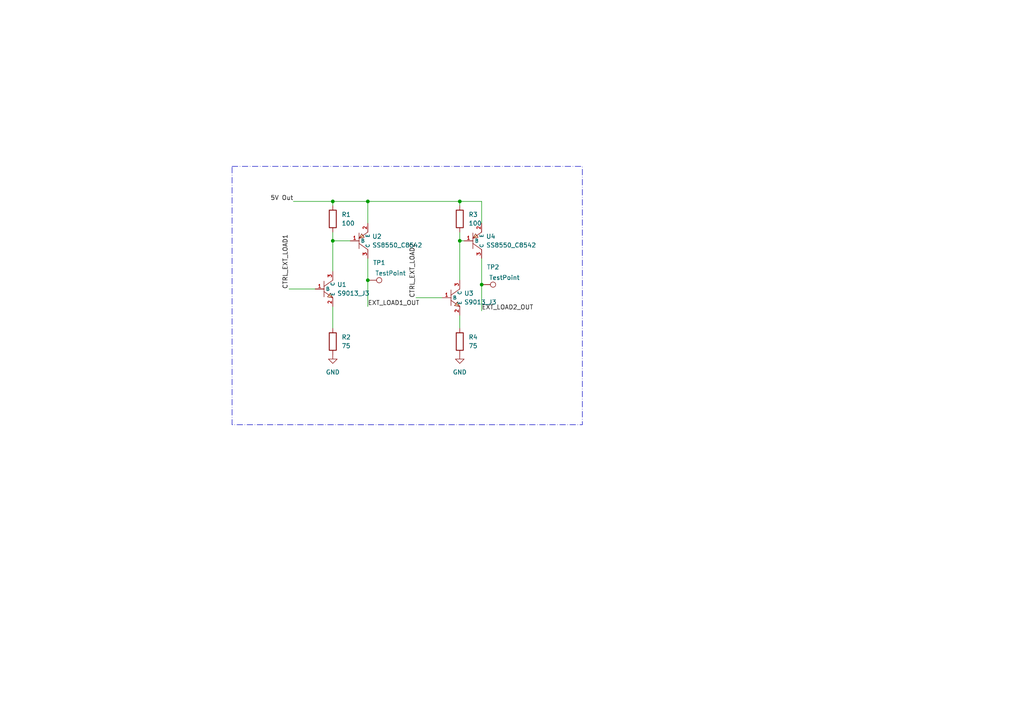
<source format=kicad_sch>
(kicad_sch (version 20231120) (generator "eeschema") (generator_version "8.0")
  (paper "A4")
  (lib_symbols
    (symbol "Connector:TestPoint" (pin_numbers hide) (pin_names (offset 0.762) hide)
      (property "Reference" "TP" (at 0 6.858 0))
      (property "Value" "TestPoint" (at 0 5.08 0))
      (symbol "TestPoint_0_1"
        (circle (center 0 3.302) (radius 0.762))
      )
      (symbol "TestPoint_1_1"
        (pin passive line (at 0 0 90) (length 2.54) (name "1") (number "1"))
      )
    )
    (symbol "Device:R" (pin_numbers hide) (pin_names (offset 0))
      (property "Reference" "R" (at 2.032 0 90))
      (property "Value" "R" (at 0 0 90))
      (symbol "R_0_1"
        (rectangle (start -1.016 -2.54) (end 1.016 2.54) (stroke (width 0.254)))
      )
      (symbol "R_1_1"
        (pin passive line (at 0 3.81 270) (length 1.27) (name "~") (number "1"))
        (pin passive line (at 0 -3.81 90) (length 1.27) (name "~") (number "2"))
      )
    )
    (symbol "NPN - S9013:S9013_J3"
      (property "Reference" "U" (at 0 1.27 0))
      (property "Value" "S9013_J3" (at 0 -2.54 0))
      (symbol "S9013_J3_0_1"
        (polyline (pts (xy 0 -0.762) (xy 2.54 -2.54)))
        (polyline (pts (xy 0 2.286) (xy 0 -2.286)))
        (polyline (pts (xy 2.54 2.54) (xy 0 0.762)))
        (polyline (pts (xy 2.54 -2.54) (xy 1.778 -1.27) (xy 1.016 -2.286) (xy 2.54 -2.54)) (fill (type background)))
        (pin unspecified line (at -2.54 0 0) (length 2.54) (name "B") (number "1"))
        (pin unspecified line (at 2.54 -5.08 90) (length 2.54) (name "E") (number "2"))
        (pin unspecified line (at 2.54 5.08 270) (length 2.54) (name "C") (number "3"))
      )
    )
    (symbol "PNP - SS8550:SS8550_C8542"
      (property "Reference" "U" (at 0 1.27 0))
      (property "Value" "SS8550_C8542" (at 0 -2.54 0))
      (symbol "SS8550_C8542_0_1"
        (polyline (pts (xy -2.54 -0.762) (xy 0 -2.54)))
        (polyline (pts (xy -2.54 2.286) (xy -2.54 -2.286)))
        (polyline (pts (xy 0 2.54) (xy -2.54 0.762)))
        (polyline (pts (xy -2.54 -0.762) (xy -1.016 -1.016) (xy -1.778 -2.032) (xy -2.54 -0.762)) (fill (type background)))
        (pin unspecified line (at -5.08 0 0) (length 2.54) (name "B") (number "1"))
        (pin unspecified line (at 0 -5.08 90) (length 2.54) (name "E") (number "2"))
        (pin unspecified line (at 0 5.08 270) (length 2.54) (name "C") (number "3"))
      )
    )
    (symbol "power:GND" (power) (pin_numbers hide) (pin_names (offset 0) hide)
      (property "Value" "GND" (at 0 -3.81 0))
      (symbol "GND_0_1"
        (polyline (pts (xy 0 0) (xy 0 -1.27) (xy 1.27 -1.27) (xy 0 -2.54) (xy -1.27 -1.27) (xy 0 -1.27)))
      )
      (symbol "GND_1_1"
        (pin power_in line (at 0 0 270) (length 0) (name "~") (number "1"))
      )
    )
  )
  (junction (at 139.7 82.55))
  (junction (at 96.52 69.85))
  (junction (at 133.35 69.85))
  (junction (at 133.35 58.42))
  (junction (at 106.68 81.28))
  (junction (at 106.68 58.42))
  (junction (at 96.52 58.42))
  (wire (pts (xy 96.52 88.9) (xy 96.52 95.25)))
  (wire (pts (xy 120.65 86.36) (xy 128.27 86.36)))
  (wire (pts (xy 106.68 74.93) (xy 106.68 81.28)))
  (wire (pts (xy 96.52 69.85) (xy 96.52 78.74)))
  (wire (pts (xy 133.35 69.85) (xy 133.35 81.28)))
  (wire (pts (xy 133.35 58.42) (xy 133.35 59.69)))
  (wire (pts (xy 106.68 58.42) (xy 133.35 58.42)))
  (wire (pts (xy 133.35 58.42) (xy 139.7 58.42)))
  (wire (pts (xy 139.7 82.55) (xy 139.7 90.17)))
  (wire (pts (xy 83.82 83.82) (xy 91.44 83.82)))
  (wire (pts (xy 85.09 58.42) (xy 96.52 58.42)))
  (wire (pts (xy 96.52 67.31) (xy 96.52 69.85)))
  (wire (pts (xy 139.7 58.42) (xy 139.7 64.77)))
  (wire (pts (xy 96.52 58.42) (xy 96.52 59.69)))
  (wire (pts (xy 133.35 69.85) (xy 134.62 69.85)))
  (wire (pts (xy 133.35 91.44) (xy 133.35 95.25)))
  (wire (pts (xy 139.7 74.93) (xy 139.7 82.55)))
  (wire (pts (xy 133.35 67.31) (xy 133.35 69.85)))
  (wire (pts (xy 106.68 81.28) (xy 106.68 88.9)))
  (wire (pts (xy 96.52 58.42) (xy 106.68 58.42)))
  (wire (pts (xy 96.52 69.85) (xy 101.6 69.85)))
  (wire (pts (xy 106.68 58.42) (xy 106.68 64.77)))
  (rectangle (start 67.31 48.26) (end 168.91 123.19) (stroke (width 0) (type dash_dot)))
  (label "CTRL_EXT_LOAD2" (at 120.65 86.36 90))
  (label "CTRL_EXT_LOAD1" (at 83.82 83.82 90))
  (label "EXT_LOAD1_OUT" (at 106.68 88.9 0))
  (label "EXT_LOAD2_OUT" (at 139.7 90.17 0))
  (label "5V Out" (at 85.09 58.42 180))
  (symbol (lib_id "PNP - SS8550:SS8550_C8542") (at 106.68 69.85 0) (mirror x) (unit 1)
    (property "Reference" "U2" (at 107.95 68.5799 0) (effects (justify left)))
    (property "Value" "SS8550_C8542" (at 107.95 71.1199 0) (effects (justify left)))
    (property "Footprint" "Package_TO_SOT_SMD:SOT-23" (effects (hide yes)))
    (property "Datasheet" "https://www.diodes.com/assets/Package-Files/SOT23.pdf" (effects (hide yes)))
    (property "LCSC" "C8542" (effects (hide yes)))
  )
  (symbol (lib_id "PNP - SS8550:SS8550_C8542") (at 139.7 69.85 0) (mirror x) (unit 1)
    (property "Reference" "U4" (at 140.97 68.5799 0) (effects (justify left)))
    (property "Value" "SS8550_C8542" (at 140.97 71.1199 0) (effects (justify left)))
    (property "Footprint" "Package_TO_SOT_SMD:SOT-23" (effects (hide yes)))
    (property "Datasheet" "https://www.diodes.com/assets/Package-Files/SOT23.pdf" (effects (hide yes)))
    (property "LCSC" "C8542" (effects (hide yes)))
  )
  (symbol (lib_id "Device:R") (at 133.35 63.5 0) (unit 1)
    (property "Reference" "R3" (at 135.89 62.2299 0) (effects (justify left)))
    (property "Value" "100" (at 135.89 64.7699 0) (effects (justify left)))
    (property "Footprint" "XXmicromouse:R0805" (effects (hide yes)))
    (property "Datasheet" "https://jlcpcb.com/partdetail/18096-0805W8F1000T5E/C17408" (effects (hide yes)))
    (property "Description" "C17408" (effects (hide yes)))
  )
  (symbol (lib_id "Connector:TestPoint") (at 139.7 82.55 270) (mirror x) (unit 1)
    (property "Reference" "TP2" (at 143.002 77.47 90))
    (property "Value" "TestPoint" (at 146.304 80.518 90))
    (property "Footprint" "TestPoint:TestPoint_Pad_2.5x2.5mm" (effects (hide yes)))
    (property "Description" "test point" (effects (hide yes)))
  )
  (symbol (lib_id "Connector:TestPoint") (at 106.68 81.28 270) (mirror x) (unit 1)
    (property "Reference" "TP1" (at 109.982 76.2 90))
    (property "Value" "TestPoint" (at 113.284 79.248 90))
    (property "Footprint" "TestPoint:TestPoint_Pad_2.5x2.5mm" (effects (hide yes)))
    (property "Description" "test point" (effects (hide yes)))
  )
  (symbol (lib_id "Device:R") (at 96.52 99.06 0) (unit 1)
    (property "Reference" "R2" (at 99.06 97.7899 0) (effects (justify left)))
    (property "Value" "75" (at 99.06 100.3299 0) (effects (justify left)))
    (property "Footprint" "XXmicromouse:R0805" (effects (hide yes)))
    (property "Datasheet" "https://jlcpcb.com/partdetail/4682-0603WAF750JT5E/C4275" (effects (hide yes)))
    (property "Description" "C4275" (effects (hide yes)))
  )
  (symbol (lib_id "power:GND") (at 96.52 102.87 0) (unit 1)
    (property "Reference" "#PWR01" (effects (hide yes)))
    (property "Value" "GND" (at 96.52 107.95 0))
    (property "Description" "Power symbol creates a global label with name \"GND\" , ground" (effects (hide yes)))
  )
  (symbol (lib_id "power:GND") (at 133.35 102.87 0) (unit 1)
    (property "Reference" "#PWR02" (effects (hide yes)))
    (property "Value" "GND" (at 133.35 107.95 0))
    (property "Description" "Power symbol creates a global label with name \"GND\" , ground" (effects (hide yes)))
  )
  (symbol (lib_id "Device:R") (at 133.35 99.06 0) (unit 1)
    (property "Reference" "R4" (at 135.89 97.7899 0) (effects (justify left)))
    (property "Value" "75" (at 135.89 100.3299 0) (effects (justify left)))
    (property "Footprint" "XXmicromouse:R0805" (effects (hide yes)))
    (property "Datasheet" "https://jlcpcb.com/partdetail/4682-0603WAF750JT5E/C4275" (effects (hide yes)))
    (property "Description" "C4275" (effects (hide yes)))
  )
  (symbol (lib_id "NPN - S9013:S9013_J3") (at 130.81 86.36 0) (unit 1)
    (property "Reference" "U3" (at 134.62 85.0899 0) (effects (justify left)))
    (property "Value" "S9013_J3" (at 134.62 87.6299 0) (effects (justify left)))
    (property "Footprint" "Package_TO_SOT_SMD:SOT-23" (effects (hide yes)))
    (property "Datasheet" "https://www.diodes.com/assets/Package-Files/SOT23.pdf" (effects (hide yes)))
    (property "LCSC" "C6749" (effects (hide yes)))
  )
  (symbol (lib_id "Device:R") (at 96.52 63.5 0) (unit 1)
    (property "Reference" "R1" (at 99.06 62.2299 0) (effects (justify left)))
    (property "Value" "100" (at 99.06 64.7699 0) (effects (justify left)))
    (property "Footprint" "XXmicromouse:R0805" (effects (hide yes)))
    (property "Datasheet" "https://jlcpcb.com/partdetail/18096-0805W8F1000T5E/C17408" (effects (hide yes)))
    (property "Description" "C17408" (effects (hide yes)))
  )
  (symbol (lib_id "NPN - S9013:S9013_J3") (at 93.98 83.82 0) (unit 1)
    (property "Reference" "U1" (at 97.79 82.5499 0) (effects (justify left)))
    (property "Value" "S9013_J3" (at 97.79 85.0899 0) (effects (justify left)))
    (property "Footprint" "Package_TO_SOT_SMD:SOT-23" (effects (hide yes)))
    (property "Datasheet" "https://www.diodes.com/assets/Package-Files/SOT23.pdf" (effects (hide yes)))
    (property "LCSC" "C6749" (effects (hide yes)))
  )
)
</source>
